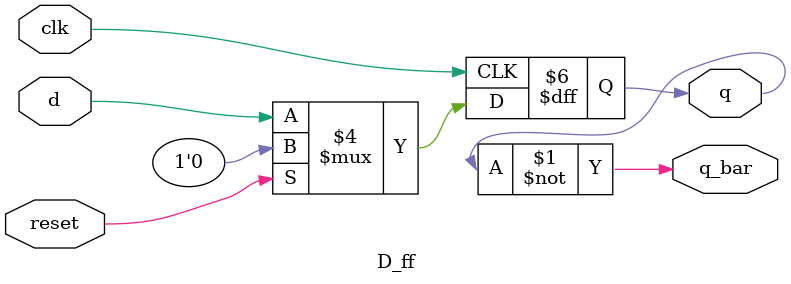
<source format=v>

module D_ff (d,clk,q,q_bar,reset);

input d;
input clk;
input reset;

output q;
output q_bar;

reg q;

assign q_bar = ~q;

always @(posedge clk)
begin
if (reset) begin 
q<=1'b0;
end
else begin
q<=d;
end
end
endmodule


</source>
